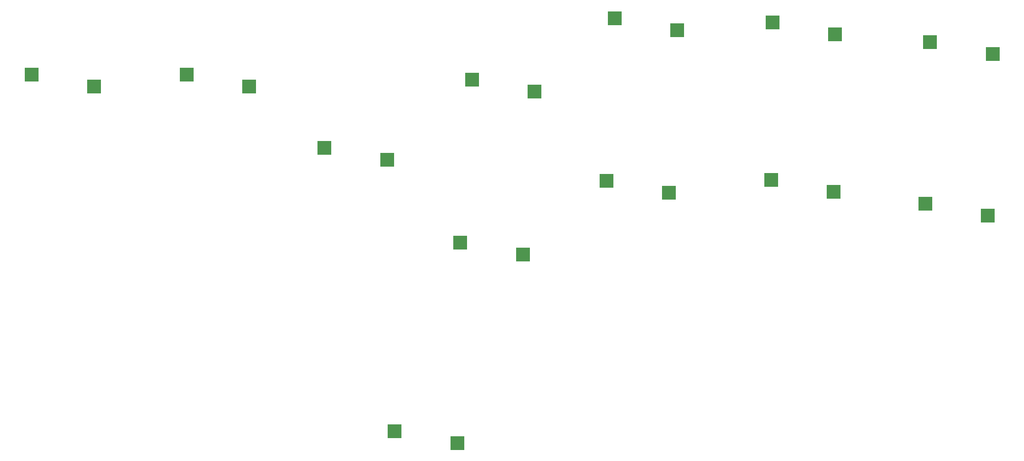
<source format=gbp>
G04 #@! TF.GenerationSoftware,KiCad,Pcbnew,(6.0.6)*
G04 #@! TF.CreationDate,2022-07-21T01:25:26+09:00*
G04 #@! TF.ProjectId,Flatbox-rev1_1-kicad,466c6174-626f-4782-9d72-6576315f312d,1.1*
G04 #@! TF.SameCoordinates,Original*
G04 #@! TF.FileFunction,Paste,Bot*
G04 #@! TF.FilePolarity,Positive*
%FSLAX46Y46*%
G04 Gerber Fmt 4.6, Leading zero omitted, Abs format (unit mm)*
G04 Created by KiCad (PCBNEW (6.0.6)) date 2022-07-21 01:25:26*
%MOMM*%
%LPD*%
G01*
G04 APERTURE LIST*
%ADD10R,2.600000X2.600000*%
G04 APERTURE END LIST*
D10*
X156375000Y-52590000D03*
X167925000Y-54790000D03*
X115765000Y-128970000D03*
X127315000Y-131170000D03*
X214585000Y-56990000D03*
X226135000Y-59190000D03*
X127865000Y-94110000D03*
X139415000Y-96310000D03*
X48725000Y-63050000D03*
X60275000Y-65250000D03*
X102795000Y-76590000D03*
X114345000Y-78790000D03*
X185215000Y-82510000D03*
X196765000Y-84710000D03*
X77345000Y-63050000D03*
X88895000Y-65250000D03*
X213695000Y-86940000D03*
X225245000Y-89140000D03*
X154845000Y-82670000D03*
X166395000Y-84870000D03*
X130025000Y-64000000D03*
X141575000Y-66200000D03*
X185475000Y-53350000D03*
X197025000Y-55550000D03*
M02*

</source>
